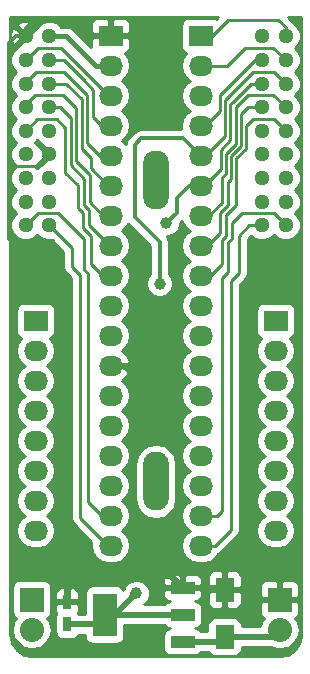
<source format=gbl>
G04 #@! TF.FileFunction,Copper,L2,Bot,Signal*
%FSLAX46Y46*%
G04 Gerber Fmt 4.6, Leading zero omitted, Abs format (unit mm)*
G04 Created by KiCad (PCBNEW 4.0.5+dfsg1-4~bpo8+1) date Sat Jun 24 18:36:41 2017*
%MOMM*%
%LPD*%
G01*
G04 APERTURE LIST*
%ADD10C,0.100000*%
%ADD11C,1.300480*%
%ADD12O,2.200000X5.000000*%
%ADD13R,2.032000X3.657600*%
%ADD14R,2.032000X1.016000*%
%ADD15R,2.032000X1.727200*%
%ADD16O,2.032000X1.727200*%
%ADD17R,1.600000X2.000000*%
%ADD18R,0.750000X1.200000*%
%ADD19R,2.032000X2.032000*%
%ADD20O,2.032000X2.032000*%
%ADD21C,1.000000*%
%ADD22C,0.381000*%
%ADD23C,0.508000*%
%ADD24C,0.304800*%
%ADD25C,0.254000*%
G04 APERTURE END LIST*
D10*
D11*
X162990000Y-48310000D03*
X164990000Y-48310000D03*
X162990000Y-50310000D03*
X164990000Y-50310000D03*
X162990000Y-52310000D03*
X164990000Y-52310000D03*
X162990000Y-54310000D03*
X164990000Y-54310000D03*
X162990000Y-56310000D03*
X164990000Y-56310000D03*
X162990000Y-58310000D03*
X164990000Y-58310000D03*
X162990000Y-60310000D03*
X164990000Y-60310000D03*
X162990000Y-62310000D03*
X164990000Y-62310000D03*
X162990000Y-64310000D03*
X164990000Y-64310000D03*
X184990000Y-64310000D03*
X182990000Y-64310000D03*
X184990000Y-62310000D03*
X182990000Y-62310000D03*
X184990000Y-60310000D03*
X182990000Y-60310000D03*
X184990000Y-58310000D03*
X182990000Y-58310000D03*
X184990000Y-56310000D03*
X182990000Y-56310000D03*
X184990000Y-54310000D03*
X182990000Y-54310000D03*
X184990000Y-52310000D03*
X182990000Y-52310000D03*
X184990000Y-50310000D03*
X182990000Y-50310000D03*
X184990000Y-48310000D03*
X182990000Y-48310000D03*
D12*
X174000000Y-86000000D03*
X174000000Y-60500000D03*
D13*
X169672000Y-97282000D03*
D14*
X176276000Y-97282000D03*
X176276000Y-99568000D03*
X176276000Y-94996000D03*
D15*
X170180000Y-48260000D03*
D16*
X170180000Y-50800000D03*
X170180000Y-53340000D03*
X170180000Y-55880000D03*
X170180000Y-58420000D03*
X170180000Y-60960000D03*
X170180000Y-63500000D03*
X170180000Y-66040000D03*
X170180000Y-68580000D03*
X170180000Y-71120000D03*
X170180000Y-73660000D03*
X170180000Y-76200000D03*
X170180000Y-78740000D03*
X170180000Y-81280000D03*
X170180000Y-83820000D03*
X170180000Y-86360000D03*
X170180000Y-88900000D03*
X170180000Y-91440000D03*
D15*
X163830000Y-72390000D03*
D16*
X163830000Y-74930000D03*
X163830000Y-77470000D03*
X163830000Y-80010000D03*
X163830000Y-82550000D03*
X163830000Y-85090000D03*
X163830000Y-87630000D03*
X163830000Y-90170000D03*
D15*
X177800000Y-48260000D03*
D16*
X177800000Y-50800000D03*
X177800000Y-53340000D03*
X177800000Y-55880000D03*
X177800000Y-58420000D03*
X177800000Y-60960000D03*
X177800000Y-63500000D03*
X177800000Y-66040000D03*
X177800000Y-68580000D03*
X177800000Y-71120000D03*
X177800000Y-73660000D03*
X177800000Y-76200000D03*
X177800000Y-78740000D03*
X177800000Y-81280000D03*
X177800000Y-83820000D03*
X177800000Y-86360000D03*
X177800000Y-88900000D03*
X177800000Y-91440000D03*
D15*
X184150000Y-72390000D03*
D16*
X184150000Y-74930000D03*
X184150000Y-77470000D03*
X184150000Y-80010000D03*
X184150000Y-82550000D03*
X184150000Y-85090000D03*
X184150000Y-87630000D03*
X184150000Y-90170000D03*
D17*
X179832000Y-99155000D03*
X179832000Y-95155000D03*
D18*
X166497000Y-98105000D03*
X166497000Y-96205000D03*
D19*
X184500000Y-96000000D03*
D20*
X184500000Y-98540000D03*
D19*
X163500000Y-96000000D03*
D20*
X163500000Y-98540000D03*
D21*
X162610800Y-66497200D03*
X174345600Y-69240400D03*
X174904400Y-64109600D03*
X172364400Y-95453200D03*
D22*
X167894000Y-48260000D02*
X166370000Y-46736000D01*
X166370000Y-46736000D02*
X163830000Y-46736000D01*
X163830000Y-46736000D02*
X162990000Y-47576000D01*
X162990000Y-47576000D02*
X162990000Y-48310000D01*
X170180000Y-48260000D02*
X167894000Y-48260000D01*
D23*
X182563200Y-96000000D02*
X181718200Y-95155000D01*
X181718200Y-95155000D02*
X179832000Y-95155000D01*
X184500000Y-96000000D02*
X182563200Y-96000000D01*
X179673000Y-94996000D02*
X179832000Y-95155000D01*
X176276000Y-94996000D02*
X179673000Y-94996000D01*
X172923200Y-93980000D02*
X175260000Y-93980000D01*
X175260000Y-93980000D02*
X176276000Y-94996000D01*
X167690800Y-93980000D02*
X172923200Y-93980000D01*
X166497000Y-95173800D02*
X167690800Y-93980000D01*
X166497000Y-96205000D02*
X166497000Y-95173800D01*
X171348400Y-76200000D02*
X172059600Y-76911200D01*
X172059600Y-76911200D02*
X172059600Y-93116400D01*
X172059600Y-93116400D02*
X172923200Y-93980000D01*
X170180000Y-76200000D02*
X171348400Y-76200000D01*
D24*
X162154400Y-48310000D02*
X162990000Y-48310000D01*
X161594800Y-48869600D02*
X162154400Y-48310000D01*
X161594800Y-59690000D02*
X161594800Y-48869600D01*
X161594800Y-65481200D02*
X161594800Y-59690000D01*
X162610800Y-66497200D02*
X161594800Y-65481200D01*
D25*
X164134800Y-59283600D02*
X162001200Y-59283600D01*
X162001200Y-59283600D02*
X161594800Y-59690000D01*
X164990000Y-58428400D02*
X164134800Y-59283600D01*
X164990000Y-58310000D02*
X164990000Y-58428400D01*
X164024000Y-49276000D02*
X162990000Y-50310000D01*
X165989000Y-49276000D02*
X164024000Y-49276000D01*
X170053000Y-53340000D02*
X165989000Y-49276000D01*
X170180000Y-53340000D02*
X170053000Y-53340000D01*
X165435500Y-50310000D02*
X164990000Y-50310000D01*
X167830500Y-51943000D02*
X166197500Y-50310000D01*
X167957500Y-52070000D02*
X167830500Y-51943000D01*
X166197500Y-50310000D02*
X164990000Y-50310000D01*
X168719500Y-55181500D02*
X168719500Y-52832000D01*
X168719500Y-52832000D02*
X167830500Y-51943000D01*
X169418000Y-55880000D02*
X168719500Y-55181500D01*
X170180000Y-55880000D02*
X169418000Y-55880000D01*
X162990000Y-52148000D02*
X162990000Y-52310000D01*
X163830000Y-51308000D02*
X162990000Y-52148000D01*
X166243000Y-51308000D02*
X163830000Y-51308000D01*
X168211500Y-53276500D02*
X166243000Y-51308000D01*
X168211500Y-57340500D02*
X168211500Y-53276500D01*
X169291000Y-58420000D02*
X168211500Y-57340500D01*
X170180000Y-58420000D02*
X169291000Y-58420000D01*
X166419500Y-52310000D02*
X164990000Y-52310000D01*
X167767000Y-53657500D02*
X166419500Y-52310000D01*
X167767000Y-57835800D02*
X167767000Y-53657500D01*
X170180000Y-60960000D02*
X169672000Y-60960000D01*
X168503600Y-59486800D02*
X168503600Y-58572400D01*
X168503600Y-58572400D02*
X167767000Y-57835800D01*
X169976800Y-60960000D02*
X168503600Y-59486800D01*
X170180000Y-60960000D02*
X169976800Y-60960000D01*
X162990000Y-54053000D02*
X162990000Y-54310000D01*
X163766500Y-53276500D02*
X162990000Y-54053000D01*
X166116000Y-53276500D02*
X163766500Y-53276500D01*
X167259000Y-54419500D02*
X166116000Y-53276500D01*
X167259000Y-58902600D02*
X167259000Y-54419500D01*
X170180000Y-63500000D02*
X169354500Y-63500000D01*
X168402000Y-62331600D02*
X168402000Y-60045600D01*
X168402000Y-60045600D02*
X167259000Y-58902600D01*
X169570400Y-63500000D02*
X168402000Y-62331600D01*
X170180000Y-63500000D02*
X169570400Y-63500000D01*
X165879500Y-54310000D02*
X164990000Y-54310000D01*
X166789094Y-55219594D02*
X165879500Y-54310000D01*
X166789094Y-59245494D02*
X166789094Y-55219594D01*
X170180000Y-66040000D02*
X169799000Y-66040000D01*
X168351200Y-64262000D02*
X168351200Y-62992000D01*
X168351200Y-62992000D02*
X167944800Y-62585600D01*
X167944800Y-62585600D02*
X167944800Y-60401200D01*
X167944800Y-60401200D02*
X166789094Y-59245494D01*
X170129200Y-66040000D02*
X168351200Y-64262000D01*
X170180000Y-66040000D02*
X170129200Y-66040000D01*
X163991500Y-55308500D02*
X162990000Y-56310000D01*
X165608000Y-55308500D02*
X163991500Y-55308500D01*
X166357292Y-56057792D02*
X165608000Y-55308500D01*
X166357292Y-59880492D02*
X166357292Y-56057792D01*
X170180000Y-68580000D02*
X170180000Y-68453000D01*
X168503600Y-67564000D02*
X168503600Y-65176400D01*
X168503600Y-65176400D02*
X167843200Y-64516000D01*
X167843200Y-64516000D02*
X167843200Y-63296800D01*
X167843200Y-63296800D02*
X167386000Y-62839600D01*
X167386000Y-62839600D02*
X167386000Y-60909200D01*
X167386000Y-60909200D02*
X166357292Y-59880492D01*
X169519600Y-68580000D02*
X168503600Y-67564000D01*
X170180000Y-68580000D02*
X169519600Y-68580000D01*
X164003200Y-63296800D02*
X162990000Y-64310000D01*
X165760400Y-63296800D02*
X164003200Y-63296800D01*
X167944800Y-65481200D02*
X165760400Y-63296800D01*
X167944800Y-68072000D02*
X167944800Y-65481200D01*
X168249600Y-68376800D02*
X167944800Y-68072000D01*
X168249600Y-87731600D02*
X168249600Y-68376800D01*
X169418000Y-88900000D02*
X168249600Y-87731600D01*
X170180000Y-88900000D02*
X169418000Y-88900000D01*
X166928800Y-66248800D02*
X164990000Y-64310000D01*
X166928800Y-67818000D02*
X166928800Y-66248800D01*
X167589200Y-68478400D02*
X166928800Y-67818000D01*
X167589200Y-89052400D02*
X167589200Y-68478400D01*
X169976800Y-91440000D02*
X167589200Y-89052400D01*
X170180000Y-91440000D02*
X169976800Y-91440000D01*
X184990000Y-47525200D02*
X184990000Y-48310000D01*
X184353200Y-46888400D02*
X184990000Y-47525200D01*
X180136800Y-46888400D02*
X184353200Y-46888400D01*
X178765200Y-48260000D02*
X180136800Y-46888400D01*
X177800000Y-48260000D02*
X178765200Y-48260000D01*
X180022500Y-50800000D02*
X181546500Y-49276000D01*
X181546500Y-49276000D02*
X183956000Y-49276000D01*
X183956000Y-49276000D02*
X184990000Y-50310000D01*
X177800000Y-50800000D02*
X180022500Y-50800000D01*
X182404800Y-50310000D02*
X182990000Y-50310000D01*
X179425600Y-53289200D02*
X182404800Y-50310000D01*
X179425600Y-54610000D02*
X179425600Y-53289200D01*
X178155600Y-55880000D02*
X179425600Y-54610000D01*
X177800000Y-55880000D02*
X178155600Y-55880000D01*
X183988000Y-51308000D02*
X184990000Y-52310000D01*
X182219600Y-51308000D02*
X183988000Y-51308000D01*
X179857402Y-53670198D02*
X182219600Y-51308000D01*
X179857402Y-56768998D02*
X179857402Y-53670198D01*
X178206400Y-58420000D02*
X179857402Y-56768998D01*
X177800000Y-58420000D02*
X178206400Y-58420000D01*
D24*
X174345600Y-65735200D02*
X172212000Y-63601600D01*
X172212000Y-63601600D02*
X172212000Y-57505600D01*
X172212000Y-57505600D02*
X172770800Y-56946800D01*
X172770800Y-56946800D02*
X176326800Y-56946800D01*
X176326800Y-56946800D02*
X177800000Y-58420000D01*
X174345600Y-69240400D02*
X174345600Y-65735200D01*
D25*
X182081200Y-52310000D02*
X182990000Y-52310000D01*
X180543200Y-53848000D02*
X182081200Y-52310000D01*
X179527200Y-57912000D02*
X180314600Y-57124600D01*
X179527200Y-59537600D02*
X179527200Y-57912000D01*
X178104800Y-60960000D02*
X179527200Y-59537600D01*
X177800000Y-60960000D02*
X178104800Y-60960000D01*
X180314600Y-54076600D02*
X180543200Y-53848000D01*
X180314600Y-57124600D02*
X180314600Y-54076600D01*
D24*
X176834800Y-60960000D02*
X177800000Y-60960000D01*
X174904400Y-64109600D02*
X175768000Y-63246000D01*
X175768000Y-63246000D02*
X175768000Y-62026800D01*
X175768000Y-62026800D02*
X176834800Y-60960000D01*
D25*
X183969200Y-53289200D02*
X184990000Y-54310000D01*
X181813200Y-53289200D02*
X183969200Y-53289200D01*
X180898800Y-54203600D02*
X181813200Y-53289200D01*
X179959002Y-58242198D02*
X180797200Y-57404000D01*
X179959002Y-59918598D02*
X179959002Y-58242198D01*
X177800000Y-63500000D02*
X178358800Y-63500000D01*
X180797200Y-54305200D02*
X180898800Y-54203600D01*
X180797200Y-57404000D02*
X180797200Y-54305200D01*
X179578000Y-62382400D02*
X179578000Y-60299600D01*
X179578000Y-60299600D02*
X179959002Y-59918598D01*
X178460400Y-63500000D02*
X179578000Y-62382400D01*
X177800000Y-63500000D02*
X178460400Y-63500000D01*
X181808400Y-54310000D02*
X182990000Y-54310000D01*
X181229002Y-54889398D02*
X181808400Y-54310000D01*
X181229002Y-57582858D02*
X181229002Y-54889398D01*
X180390804Y-58421056D02*
X181229002Y-57582858D01*
X180390804Y-60350396D02*
X180390804Y-58421056D01*
X177800000Y-66040000D02*
X178054000Y-66040000D01*
X179425600Y-64973200D02*
X179425600Y-63296800D01*
X179425600Y-63296800D02*
X180136800Y-62585600D01*
X180136800Y-62585600D02*
X180136800Y-60604400D01*
X180136800Y-60604400D02*
X180390804Y-60350396D01*
X178358800Y-66040000D02*
X179425600Y-64973200D01*
X177800000Y-66040000D02*
X178358800Y-66040000D01*
X184001200Y-55321200D02*
X184990000Y-56310000D01*
X182270400Y-55321200D02*
X184001200Y-55321200D01*
X181660804Y-55930796D02*
X182270400Y-55321200D01*
X181660804Y-57810396D02*
X181660804Y-55930796D01*
X180822606Y-58648594D02*
X181660804Y-57810396D01*
X180822606Y-62560194D02*
X180822606Y-58648594D01*
X179578000Y-67564000D02*
X179578000Y-65532000D01*
X179578000Y-65532000D02*
X179933600Y-65176400D01*
X179933600Y-65176400D02*
X179933600Y-63449200D01*
X179933600Y-63449200D02*
X180822606Y-62560194D01*
X178562000Y-68580000D02*
X179578000Y-67564000D01*
X177800000Y-68580000D02*
X178562000Y-68580000D01*
X179171600Y-88900000D02*
X179578000Y-88493600D01*
X179578000Y-88493600D02*
X179578000Y-68783200D01*
X179578000Y-68783200D02*
X180086000Y-68275200D01*
X180086000Y-68275200D02*
X180086000Y-65786000D01*
X180086000Y-65786000D02*
X180492400Y-65379600D01*
X180492400Y-65379600D02*
X180492400Y-64109600D01*
X180492400Y-64109600D02*
X181305200Y-63296800D01*
X181305200Y-63296800D02*
X183976800Y-63296800D01*
X183976800Y-63296800D02*
X184990000Y-64310000D01*
X177800000Y-88900000D02*
X179171600Y-88900000D01*
X179019200Y-91440000D02*
X180340000Y-90119200D01*
X180340000Y-90119200D02*
X180340000Y-69037200D01*
X180340000Y-69037200D02*
X181051200Y-68326000D01*
X181051200Y-68326000D02*
X181051200Y-65176400D01*
X181051200Y-65176400D02*
X181917600Y-64310000D01*
X181917600Y-64310000D02*
X182990000Y-64310000D01*
X177800000Y-91440000D02*
X179019200Y-91440000D01*
D23*
X183885000Y-99155000D02*
X184500000Y-98540000D01*
X179832000Y-99155000D02*
X183885000Y-99155000D01*
X179419000Y-99568000D02*
X179832000Y-99155000D01*
X176276000Y-99568000D02*
X179419000Y-99568000D01*
X176276000Y-97282000D02*
X169672000Y-97282000D01*
X168849000Y-98105000D02*
X169672000Y-97282000D01*
X166497000Y-98105000D02*
X168849000Y-98105000D01*
X170535600Y-97282000D02*
X172364400Y-95453200D01*
X169672000Y-97282000D02*
X170535600Y-97282000D01*
D22*
X168910000Y-50800000D02*
X166420000Y-48310000D01*
X166420000Y-48310000D02*
X164990000Y-48310000D01*
X170180000Y-50800000D02*
X168910000Y-50800000D01*
D25*
G36*
X165183747Y-58324142D02*
X165004142Y-58503747D01*
X164990000Y-58489605D01*
X164270416Y-59209189D01*
X164272064Y-59216013D01*
X164262921Y-59219792D01*
X163989840Y-59492395D01*
X163807604Y-59309840D01*
X164078938Y-59038980D01*
X164083566Y-59027833D01*
X164090811Y-59029584D01*
X164810395Y-58310000D01*
X164090811Y-57590416D01*
X164083986Y-57592064D01*
X164080208Y-57582921D01*
X163807604Y-57309840D01*
X163990159Y-57127604D01*
X164261020Y-57398938D01*
X164272166Y-57403566D01*
X164270416Y-57410811D01*
X164990000Y-58130395D01*
X165004142Y-58116252D01*
X165183747Y-58295857D01*
X165169605Y-58310000D01*
X165183747Y-58324142D01*
X165183747Y-58324142D01*
G37*
X165183747Y-58324142D02*
X165004142Y-58503747D01*
X164990000Y-58489605D01*
X164270416Y-59209189D01*
X164272064Y-59216013D01*
X164262921Y-59219792D01*
X163989840Y-59492395D01*
X163807604Y-59309840D01*
X164078938Y-59038980D01*
X164083566Y-59027833D01*
X164090811Y-59029584D01*
X164810395Y-58310000D01*
X164090811Y-57590416D01*
X164083986Y-57592064D01*
X164080208Y-57582921D01*
X163807604Y-57309840D01*
X163990159Y-57127604D01*
X164261020Y-57398938D01*
X164272166Y-57403566D01*
X164270416Y-57410811D01*
X164990000Y-58130395D01*
X165004142Y-58116252D01*
X165183747Y-58295857D01*
X165169605Y-58310000D01*
X165183747Y-58324142D01*
G36*
X186315000Y-98932532D02*
X186183345Y-99594403D01*
X186183345Y-98540000D01*
X186057670Y-97908190D01*
X185833034Y-97571998D01*
X185875698Y-97554327D01*
X186054327Y-97375699D01*
X186151000Y-97142310D01*
X186151000Y-96889691D01*
X186151000Y-96285750D01*
X186151000Y-95714250D01*
X186151000Y-95110309D01*
X186151000Y-94857690D01*
X186054327Y-94624301D01*
X185875698Y-94445673D01*
X185833345Y-94428129D01*
X185833345Y-90170000D01*
X185719271Y-89596511D01*
X185394415Y-89110330D01*
X185079634Y-88899999D01*
X185394415Y-88689670D01*
X185719271Y-88203489D01*
X185833345Y-87630000D01*
X185719271Y-87056511D01*
X185394415Y-86570330D01*
X185079634Y-86360000D01*
X185394415Y-86149670D01*
X185719271Y-85663489D01*
X185833345Y-85090000D01*
X185719271Y-84516511D01*
X185394415Y-84030330D01*
X185079634Y-83820000D01*
X185394415Y-83609670D01*
X185719271Y-83123489D01*
X185833345Y-82550000D01*
X185719271Y-81976511D01*
X185394415Y-81490330D01*
X185079634Y-81279999D01*
X185394415Y-81069670D01*
X185719271Y-80583489D01*
X185833345Y-80010000D01*
X185719271Y-79436511D01*
X185394415Y-78950330D01*
X185079634Y-78740000D01*
X185394415Y-78529670D01*
X185719271Y-78043489D01*
X185833345Y-77470000D01*
X185719271Y-76896511D01*
X185394415Y-76410330D01*
X185079634Y-76200000D01*
X185394415Y-75989670D01*
X185719271Y-75503489D01*
X185833345Y-74930000D01*
X185719271Y-74356511D01*
X185394415Y-73870330D01*
X185378632Y-73859784D01*
X185408123Y-73854063D01*
X185620927Y-73714273D01*
X185763377Y-73503240D01*
X185813440Y-73253600D01*
X185813440Y-71526400D01*
X185766463Y-71284277D01*
X185626673Y-71071473D01*
X185415640Y-70929023D01*
X185166000Y-70878960D01*
X183134000Y-70878960D01*
X182891877Y-70925937D01*
X182679073Y-71065727D01*
X182536623Y-71276760D01*
X182486560Y-71526400D01*
X182486560Y-73253600D01*
X182533537Y-73495723D01*
X182673327Y-73708527D01*
X182884360Y-73850977D01*
X182922962Y-73858718D01*
X182905585Y-73870330D01*
X182580729Y-74356511D01*
X182466655Y-74930000D01*
X182580729Y-75503489D01*
X182905585Y-75989670D01*
X183220365Y-76200000D01*
X182905585Y-76410330D01*
X182580729Y-76896511D01*
X182466655Y-77470000D01*
X182580729Y-78043489D01*
X182905585Y-78529670D01*
X183220365Y-78740000D01*
X182905585Y-78950330D01*
X182580729Y-79436511D01*
X182466655Y-80010000D01*
X182580729Y-80583489D01*
X182905585Y-81069670D01*
X183220365Y-81280000D01*
X182905585Y-81490330D01*
X182580729Y-81976511D01*
X182466655Y-82550000D01*
X182580729Y-83123489D01*
X182905585Y-83609670D01*
X183220365Y-83820000D01*
X182905585Y-84030330D01*
X182580729Y-84516511D01*
X182466655Y-85090000D01*
X182580729Y-85663489D01*
X182905585Y-86149670D01*
X183220365Y-86360000D01*
X182905585Y-86570330D01*
X182580729Y-87056511D01*
X182466655Y-87630000D01*
X182580729Y-88203489D01*
X182905585Y-88689670D01*
X183220365Y-88900000D01*
X182905585Y-89110330D01*
X182580729Y-89596511D01*
X182466655Y-90170000D01*
X182580729Y-90743489D01*
X182905585Y-91229670D01*
X183391766Y-91554526D01*
X183965255Y-91668600D01*
X184334745Y-91668600D01*
X184908234Y-91554526D01*
X185394415Y-91229670D01*
X185719271Y-90743489D01*
X185833345Y-90170000D01*
X185833345Y-94428129D01*
X185642309Y-94349000D01*
X184785750Y-94349000D01*
X184627000Y-94507750D01*
X184627000Y-95873000D01*
X185992250Y-95873000D01*
X186151000Y-95714250D01*
X186151000Y-96285750D01*
X185992250Y-96127000D01*
X184627000Y-96127000D01*
X184627000Y-96147000D01*
X184373000Y-96147000D01*
X184373000Y-96127000D01*
X184373000Y-95873000D01*
X184373000Y-94507750D01*
X184214250Y-94349000D01*
X183357691Y-94349000D01*
X183124302Y-94445673D01*
X182945673Y-94624301D01*
X182849000Y-94857690D01*
X182849000Y-95110309D01*
X182849000Y-95714250D01*
X183007750Y-95873000D01*
X184373000Y-95873000D01*
X184373000Y-96127000D01*
X183007750Y-96127000D01*
X182849000Y-96285750D01*
X182849000Y-96889691D01*
X182849000Y-97142310D01*
X182945673Y-97375699D01*
X183124302Y-97554327D01*
X183166965Y-97571998D01*
X182942330Y-97908190D01*
X182871157Y-98266000D01*
X181279440Y-98266000D01*
X181279440Y-98155000D01*
X181267000Y-98090883D01*
X181267000Y-96281309D01*
X181267000Y-95440750D01*
X181267000Y-94869250D01*
X181267000Y-94028691D01*
X181170327Y-93795302D01*
X180991699Y-93616673D01*
X180758310Y-93520000D01*
X180505691Y-93520000D01*
X180117750Y-93520000D01*
X179959000Y-93678750D01*
X179959000Y-95028000D01*
X181108250Y-95028000D01*
X181267000Y-94869250D01*
X181267000Y-95440750D01*
X181108250Y-95282000D01*
X179959000Y-95282000D01*
X179959000Y-96631250D01*
X180117750Y-96790000D01*
X180505691Y-96790000D01*
X180758310Y-96790000D01*
X180991699Y-96693327D01*
X181170327Y-96514698D01*
X181267000Y-96281309D01*
X181267000Y-98090883D01*
X181232463Y-97912877D01*
X181092673Y-97700073D01*
X180881640Y-97557623D01*
X180632000Y-97507560D01*
X179705000Y-97507560D01*
X179705000Y-96631250D01*
X179705000Y-95282000D01*
X179705000Y-95028000D01*
X179705000Y-93678750D01*
X179546250Y-93520000D01*
X179158309Y-93520000D01*
X178905690Y-93520000D01*
X178672301Y-93616673D01*
X178493673Y-93795302D01*
X178397000Y-94028691D01*
X178397000Y-94869250D01*
X178555750Y-95028000D01*
X179705000Y-95028000D01*
X179705000Y-95282000D01*
X178555750Y-95282000D01*
X178397000Y-95440750D01*
X178397000Y-96281309D01*
X178493673Y-96514698D01*
X178672301Y-96693327D01*
X178905690Y-96790000D01*
X179158309Y-96790000D01*
X179546250Y-96790000D01*
X179705000Y-96631250D01*
X179705000Y-97507560D01*
X179032000Y-97507560D01*
X178789877Y-97554537D01*
X178577073Y-97694327D01*
X178434623Y-97905360D01*
X178384560Y-98155000D01*
X178384560Y-98679000D01*
X177801235Y-98679000D01*
X177752673Y-98605073D01*
X177541640Y-98462623D01*
X177355057Y-98425205D01*
X177534123Y-98390463D01*
X177746927Y-98250673D01*
X177889377Y-98039640D01*
X177939440Y-97790000D01*
X177939440Y-96774000D01*
X177892463Y-96531877D01*
X177752673Y-96319073D01*
X177541640Y-96176623D01*
X177354032Y-96139000D01*
X177418310Y-96139000D01*
X177651699Y-96042327D01*
X177830327Y-95863698D01*
X177927000Y-95630309D01*
X177927000Y-95281750D01*
X177927000Y-94710250D01*
X177927000Y-94361691D01*
X177830327Y-94128302D01*
X177651699Y-93949673D01*
X177418310Y-93853000D01*
X177165691Y-93853000D01*
X176561750Y-93853000D01*
X176403000Y-94011750D01*
X176403000Y-94869000D01*
X177768250Y-94869000D01*
X177927000Y-94710250D01*
X177927000Y-95281750D01*
X177768250Y-95123000D01*
X176403000Y-95123000D01*
X176403000Y-95143000D01*
X176149000Y-95143000D01*
X176149000Y-95123000D01*
X176149000Y-94869000D01*
X176149000Y-94011750D01*
X175990250Y-93853000D01*
X175735000Y-93853000D01*
X175735000Y-87461418D01*
X175735000Y-84538582D01*
X175602931Y-83874626D01*
X175226830Y-83311752D01*
X174663956Y-82935651D01*
X174000000Y-82803582D01*
X173336044Y-82935651D01*
X172773170Y-83311752D01*
X172397069Y-83874626D01*
X172265000Y-84538582D01*
X172265000Y-87461418D01*
X172397069Y-88125374D01*
X172773170Y-88688248D01*
X173336044Y-89064349D01*
X174000000Y-89196418D01*
X174663956Y-89064349D01*
X175226830Y-88688248D01*
X175602931Y-88125374D01*
X175735000Y-87461418D01*
X175735000Y-93853000D01*
X175386309Y-93853000D01*
X175133690Y-93853000D01*
X174900301Y-93949673D01*
X174721673Y-94128302D01*
X174625000Y-94361691D01*
X174625000Y-94710250D01*
X174783750Y-94869000D01*
X176149000Y-94869000D01*
X176149000Y-95123000D01*
X174783750Y-95123000D01*
X174625000Y-95281750D01*
X174625000Y-95630309D01*
X174721673Y-95863698D01*
X174900301Y-96042327D01*
X175133690Y-96139000D01*
X175195883Y-96139000D01*
X175017877Y-96173537D01*
X174805073Y-96313327D01*
X174751292Y-96393000D01*
X173029493Y-96393000D01*
X173326045Y-96096965D01*
X173499203Y-95679956D01*
X173499597Y-95228425D01*
X173327167Y-94811114D01*
X173008165Y-94491555D01*
X172591156Y-94318397D01*
X172139625Y-94318003D01*
X171722314Y-94490433D01*
X171402755Y-94809435D01*
X171256305Y-95162123D01*
X171148673Y-94998273D01*
X170937640Y-94855823D01*
X170688000Y-94805760D01*
X168656000Y-94805760D01*
X168413877Y-94852737D01*
X168201073Y-94992527D01*
X168058623Y-95203560D01*
X168008560Y-95453200D01*
X168008560Y-97216000D01*
X167441669Y-97216000D01*
X167408904Y-97166120D01*
X167410327Y-97164698D01*
X167507000Y-96931309D01*
X167507000Y-96490750D01*
X167507000Y-95919250D01*
X167507000Y-95478691D01*
X167410327Y-95245302D01*
X167231699Y-95066673D01*
X166998310Y-94970000D01*
X166782750Y-94970000D01*
X166624000Y-95128750D01*
X166624000Y-96078000D01*
X167348250Y-96078000D01*
X167507000Y-95919250D01*
X167507000Y-96490750D01*
X167348250Y-96332000D01*
X166624000Y-96332000D01*
X166624000Y-96352000D01*
X166370000Y-96352000D01*
X166370000Y-96332000D01*
X166370000Y-96078000D01*
X166370000Y-95128750D01*
X166211250Y-94970000D01*
X165995690Y-94970000D01*
X165762301Y-95066673D01*
X165583673Y-95245302D01*
X165513345Y-95415088D01*
X165513345Y-90170000D01*
X165399271Y-89596511D01*
X165074415Y-89110330D01*
X164759634Y-88899999D01*
X165074415Y-88689670D01*
X165399271Y-88203489D01*
X165513345Y-87630000D01*
X165399271Y-87056511D01*
X165074415Y-86570330D01*
X164759634Y-86360000D01*
X165074415Y-86149670D01*
X165399271Y-85663489D01*
X165513345Y-85090000D01*
X165399271Y-84516511D01*
X165074415Y-84030330D01*
X164759634Y-83820000D01*
X165074415Y-83609670D01*
X165399271Y-83123489D01*
X165513345Y-82550000D01*
X165399271Y-81976511D01*
X165074415Y-81490330D01*
X164759634Y-81279999D01*
X165074415Y-81069670D01*
X165399271Y-80583489D01*
X165513345Y-80010000D01*
X165399271Y-79436511D01*
X165074415Y-78950330D01*
X164759634Y-78740000D01*
X165074415Y-78529670D01*
X165399271Y-78043489D01*
X165513345Y-77470000D01*
X165399271Y-76896511D01*
X165074415Y-76410330D01*
X164759634Y-76200000D01*
X165074415Y-75989670D01*
X165399271Y-75503489D01*
X165513345Y-74930000D01*
X165399271Y-74356511D01*
X165074415Y-73870330D01*
X165058632Y-73859784D01*
X165088123Y-73854063D01*
X165300927Y-73714273D01*
X165443377Y-73503240D01*
X165493440Y-73253600D01*
X165493440Y-71526400D01*
X165446463Y-71284277D01*
X165306673Y-71071473D01*
X165095640Y-70929023D01*
X164846000Y-70878960D01*
X162814000Y-70878960D01*
X162571877Y-70925937D01*
X162359073Y-71065727D01*
X162216623Y-71276760D01*
X162166560Y-71526400D01*
X162166560Y-73253600D01*
X162213537Y-73495723D01*
X162353327Y-73708527D01*
X162564360Y-73850977D01*
X162602962Y-73858718D01*
X162585585Y-73870330D01*
X162260729Y-74356511D01*
X162146655Y-74930000D01*
X162260729Y-75503489D01*
X162585585Y-75989670D01*
X162900365Y-76200000D01*
X162585585Y-76410330D01*
X162260729Y-76896511D01*
X162146655Y-77470000D01*
X162260729Y-78043489D01*
X162585585Y-78529670D01*
X162900365Y-78740000D01*
X162585585Y-78950330D01*
X162260729Y-79436511D01*
X162146655Y-80010000D01*
X162260729Y-80583489D01*
X162585585Y-81069670D01*
X162900365Y-81280000D01*
X162585585Y-81490330D01*
X162260729Y-81976511D01*
X162146655Y-82550000D01*
X162260729Y-83123489D01*
X162585585Y-83609670D01*
X162900365Y-83820000D01*
X162585585Y-84030330D01*
X162260729Y-84516511D01*
X162146655Y-85090000D01*
X162260729Y-85663489D01*
X162585585Y-86149670D01*
X162900365Y-86360000D01*
X162585585Y-86570330D01*
X162260729Y-87056511D01*
X162146655Y-87630000D01*
X162260729Y-88203489D01*
X162585585Y-88689670D01*
X162900365Y-88900000D01*
X162585585Y-89110330D01*
X162260729Y-89596511D01*
X162146655Y-90170000D01*
X162260729Y-90743489D01*
X162585585Y-91229670D01*
X163071766Y-91554526D01*
X163645255Y-91668600D01*
X164014745Y-91668600D01*
X164588234Y-91554526D01*
X165074415Y-91229670D01*
X165399271Y-90743489D01*
X165513345Y-90170000D01*
X165513345Y-95415088D01*
X165487000Y-95478691D01*
X165487000Y-95919250D01*
X165645750Y-96078000D01*
X166370000Y-96078000D01*
X166370000Y-96332000D01*
X165645750Y-96332000D01*
X165487000Y-96490750D01*
X165487000Y-96931309D01*
X165583673Y-97164698D01*
X165584955Y-97165980D01*
X165524623Y-97255360D01*
X165474560Y-97505000D01*
X165474560Y-98705000D01*
X165521537Y-98947123D01*
X165661327Y-99159927D01*
X165872360Y-99302377D01*
X166122000Y-99352440D01*
X166872000Y-99352440D01*
X167114123Y-99305463D01*
X167326927Y-99165673D01*
X167442808Y-98994000D01*
X168008560Y-98994000D01*
X168008560Y-99110800D01*
X168055537Y-99352923D01*
X168195327Y-99565727D01*
X168406360Y-99708177D01*
X168656000Y-99758240D01*
X170688000Y-99758240D01*
X170930123Y-99711263D01*
X171142927Y-99571473D01*
X171285377Y-99360440D01*
X171335440Y-99110800D01*
X171335440Y-98171000D01*
X174750764Y-98171000D01*
X174799327Y-98244927D01*
X175010360Y-98387377D01*
X175196942Y-98424794D01*
X175017877Y-98459537D01*
X174805073Y-98599327D01*
X174662623Y-98810360D01*
X174612560Y-99060000D01*
X174612560Y-100076000D01*
X174659537Y-100318123D01*
X174799327Y-100530927D01*
X175010360Y-100673377D01*
X175260000Y-100723440D01*
X177292000Y-100723440D01*
X177534123Y-100676463D01*
X177746927Y-100536673D01*
X177800707Y-100457000D01*
X178470869Y-100457000D01*
X178571327Y-100609927D01*
X178782360Y-100752377D01*
X179032000Y-100802440D01*
X180632000Y-100802440D01*
X180874123Y-100755463D01*
X181086927Y-100615673D01*
X181229377Y-100404640D01*
X181279440Y-100155000D01*
X181279440Y-100044000D01*
X183803929Y-100044000D01*
X183835845Y-100065325D01*
X184467655Y-100191000D01*
X184532345Y-100191000D01*
X185164155Y-100065325D01*
X185699778Y-99707433D01*
X186057670Y-99171810D01*
X186183345Y-98540000D01*
X186183345Y-99594403D01*
X186164442Y-99689435D01*
X185773908Y-100273910D01*
X185189434Y-100664443D01*
X184432532Y-100815000D01*
X165183345Y-100815000D01*
X165183345Y-98540000D01*
X165057670Y-97908190D01*
X164830830Y-97568701D01*
X164970927Y-97476673D01*
X165113377Y-97265640D01*
X165163440Y-97016000D01*
X165163440Y-94984000D01*
X165116463Y-94741877D01*
X164976673Y-94529073D01*
X164765640Y-94386623D01*
X164516000Y-94336560D01*
X162484000Y-94336560D01*
X162241877Y-94383537D01*
X162029073Y-94523327D01*
X161886623Y-94734360D01*
X161836560Y-94984000D01*
X161836560Y-97016000D01*
X161883537Y-97258123D01*
X162023327Y-97470927D01*
X162168860Y-97569163D01*
X161942330Y-97908190D01*
X161816655Y-98540000D01*
X161942330Y-99171810D01*
X162300222Y-99707433D01*
X162835845Y-100065325D01*
X163467655Y-100191000D01*
X163532345Y-100191000D01*
X164164155Y-100065325D01*
X164699778Y-99707433D01*
X165057670Y-99171810D01*
X165183345Y-98540000D01*
X165183345Y-100815000D01*
X163567467Y-100815000D01*
X162810564Y-100664442D01*
X162226089Y-100273908D01*
X161835556Y-99689434D01*
X161685000Y-98932532D01*
X161685000Y-93500000D01*
X161685000Y-46685000D01*
X179262569Y-46685000D01*
X179115135Y-46832433D01*
X179065640Y-46799023D01*
X178816000Y-46748960D01*
X176784000Y-46748960D01*
X176541877Y-46795937D01*
X176329073Y-46935727D01*
X176186623Y-47146760D01*
X176136560Y-47396400D01*
X176136560Y-49123600D01*
X176183537Y-49365723D01*
X176323327Y-49578527D01*
X176534360Y-49720977D01*
X176572962Y-49728718D01*
X176555585Y-49740330D01*
X176230729Y-50226511D01*
X176116655Y-50800000D01*
X176230729Y-51373489D01*
X176555585Y-51859670D01*
X176870365Y-52070000D01*
X176555585Y-52280330D01*
X176230729Y-52766511D01*
X176116655Y-53340000D01*
X176230729Y-53913489D01*
X176555585Y-54399670D01*
X176870365Y-54609999D01*
X176555585Y-54820330D01*
X176230729Y-55306511D01*
X176116655Y-55880000D01*
X176172231Y-56159400D01*
X172770800Y-56159400D01*
X172469475Y-56219337D01*
X172214024Y-56390024D01*
X171655224Y-56948824D01*
X171484537Y-57204275D01*
X171446824Y-57393868D01*
X171424415Y-57360330D01*
X171109634Y-57150000D01*
X171424415Y-56939670D01*
X171749271Y-56453489D01*
X171863345Y-55880000D01*
X171749271Y-55306511D01*
X171424415Y-54820330D01*
X171109634Y-54609999D01*
X171424415Y-54399670D01*
X171749271Y-53913489D01*
X171863345Y-53340000D01*
X171749271Y-52766511D01*
X171424415Y-52280330D01*
X171109634Y-52070000D01*
X171424415Y-51859670D01*
X171749271Y-51373489D01*
X171863345Y-50800000D01*
X171749271Y-50226511D01*
X171424415Y-49740330D01*
X171402219Y-49725499D01*
X171555698Y-49661927D01*
X171734327Y-49483299D01*
X171831000Y-49249910D01*
X171831000Y-48997291D01*
X171831000Y-48545750D01*
X171831000Y-47974250D01*
X171831000Y-47522709D01*
X171831000Y-47270090D01*
X171734327Y-47036701D01*
X171555698Y-46858073D01*
X171322309Y-46761400D01*
X170465750Y-46761400D01*
X170307000Y-46920150D01*
X170307000Y-48133000D01*
X171672250Y-48133000D01*
X171831000Y-47974250D01*
X171831000Y-48545750D01*
X171672250Y-48387000D01*
X170307000Y-48387000D01*
X170307000Y-48407000D01*
X170053000Y-48407000D01*
X170053000Y-48387000D01*
X170053000Y-48133000D01*
X170053000Y-46920150D01*
X169894250Y-46761400D01*
X169037691Y-46761400D01*
X168804302Y-46858073D01*
X168625673Y-47036701D01*
X168529000Y-47270090D01*
X168529000Y-47522709D01*
X168529000Y-47974250D01*
X168687750Y-48133000D01*
X170053000Y-48133000D01*
X170053000Y-48387000D01*
X168687750Y-48387000D01*
X168529000Y-48545750D01*
X168529000Y-48997291D01*
X168529000Y-49249910D01*
X168530171Y-49252738D01*
X167003717Y-47726283D01*
X166735906Y-47547337D01*
X166420000Y-47484500D01*
X165981958Y-47484500D01*
X165718980Y-47221062D01*
X165246772Y-47024984D01*
X164735472Y-47024538D01*
X164262921Y-47219792D01*
X163901062Y-47581020D01*
X163896433Y-47592166D01*
X163889189Y-47590416D01*
X163709584Y-47770021D01*
X163709584Y-47410811D01*
X163653874Y-47180191D01*
X163170980Y-47012139D01*
X162660533Y-47041675D01*
X162326126Y-47180191D01*
X162270416Y-47410811D01*
X162990000Y-48130395D01*
X163709584Y-47410811D01*
X163709584Y-47770021D01*
X163169605Y-48310000D01*
X163183747Y-48324142D01*
X163004142Y-48503747D01*
X162990000Y-48489605D01*
X162810395Y-48669210D01*
X162810395Y-48310000D01*
X162090811Y-47590416D01*
X161860191Y-47646126D01*
X161692139Y-48129020D01*
X161721675Y-48639467D01*
X161860191Y-48973874D01*
X162090811Y-49029584D01*
X162810395Y-48310000D01*
X162810395Y-48669210D01*
X162270416Y-49209189D01*
X162272064Y-49216013D01*
X162262921Y-49219792D01*
X161901062Y-49581020D01*
X161704984Y-50053228D01*
X161704538Y-50564528D01*
X161899792Y-51037079D01*
X162172395Y-51310159D01*
X161901062Y-51581020D01*
X161704984Y-52053228D01*
X161704538Y-52564528D01*
X161899792Y-53037079D01*
X162172395Y-53310159D01*
X161901062Y-53581020D01*
X161704984Y-54053228D01*
X161704538Y-54564528D01*
X161899792Y-55037079D01*
X162172395Y-55310159D01*
X161901062Y-55581020D01*
X161704984Y-56053228D01*
X161704538Y-56564528D01*
X161899792Y-57037079D01*
X162172395Y-57310159D01*
X161901062Y-57581020D01*
X161704984Y-58053228D01*
X161704538Y-58564528D01*
X161899792Y-59037079D01*
X162172395Y-59310159D01*
X161901062Y-59581020D01*
X161704984Y-60053228D01*
X161704538Y-60564528D01*
X161899792Y-61037079D01*
X162172395Y-61310159D01*
X161901062Y-61581020D01*
X161704984Y-62053228D01*
X161704538Y-62564528D01*
X161899792Y-63037079D01*
X162172395Y-63310159D01*
X161901062Y-63581020D01*
X161704984Y-64053228D01*
X161704538Y-64564528D01*
X161899792Y-65037079D01*
X162261020Y-65398938D01*
X162733228Y-65595016D01*
X163244528Y-65595462D01*
X163717079Y-65400208D01*
X163990159Y-65127604D01*
X164261020Y-65398938D01*
X164733228Y-65595016D01*
X165197790Y-65595421D01*
X166166800Y-66564430D01*
X166166800Y-67818000D01*
X166224804Y-68109605D01*
X166389985Y-68356815D01*
X166827200Y-68794030D01*
X166827200Y-89052400D01*
X166885204Y-89344005D01*
X167050385Y-89591215D01*
X168563436Y-91104267D01*
X168496655Y-91440000D01*
X168610729Y-92013489D01*
X168935585Y-92499670D01*
X169421766Y-92824526D01*
X169995255Y-92938600D01*
X170364745Y-92938600D01*
X170938234Y-92824526D01*
X171424415Y-92499670D01*
X171749271Y-92013489D01*
X171863345Y-91440000D01*
X171749271Y-90866511D01*
X171424415Y-90380330D01*
X171109634Y-90170000D01*
X171424415Y-89959670D01*
X171749271Y-89473489D01*
X171863345Y-88900000D01*
X171749271Y-88326511D01*
X171424415Y-87840330D01*
X171109634Y-87630000D01*
X171424415Y-87419670D01*
X171749271Y-86933489D01*
X171863345Y-86360000D01*
X171749271Y-85786511D01*
X171424415Y-85300330D01*
X171109634Y-85090000D01*
X171424415Y-84879670D01*
X171749271Y-84393489D01*
X171863345Y-83820000D01*
X171749271Y-83246511D01*
X171424415Y-82760330D01*
X171109634Y-82550000D01*
X171424415Y-82339670D01*
X171749271Y-81853489D01*
X171863345Y-81280000D01*
X171749271Y-80706511D01*
X171424415Y-80220330D01*
X171109634Y-80009999D01*
X171424415Y-79799670D01*
X171749271Y-79313489D01*
X171863345Y-78740000D01*
X171749271Y-78166511D01*
X171424415Y-77680330D01*
X171114930Y-77473539D01*
X171530732Y-77102036D01*
X171784709Y-76574791D01*
X171787358Y-76559026D01*
X171666217Y-76327000D01*
X170307000Y-76327000D01*
X170307000Y-76347000D01*
X170053000Y-76347000D01*
X170053000Y-76327000D01*
X170033000Y-76327000D01*
X170033000Y-76073000D01*
X170053000Y-76073000D01*
X170053000Y-76053000D01*
X170307000Y-76053000D01*
X170307000Y-76073000D01*
X171666217Y-76073000D01*
X171787358Y-75840974D01*
X171784709Y-75825209D01*
X171530732Y-75297964D01*
X171114930Y-74926460D01*
X171424415Y-74719670D01*
X171749271Y-74233489D01*
X171863345Y-73660000D01*
X171749271Y-73086511D01*
X171424415Y-72600330D01*
X171109634Y-72389999D01*
X171424415Y-72179670D01*
X171749271Y-71693489D01*
X171863345Y-71120000D01*
X171749271Y-70546511D01*
X171424415Y-70060330D01*
X171109634Y-69850000D01*
X171424415Y-69639670D01*
X171749271Y-69153489D01*
X171863345Y-68580000D01*
X171749271Y-68006511D01*
X171424415Y-67520330D01*
X171109634Y-67310000D01*
X171424415Y-67099670D01*
X171749271Y-66613489D01*
X171863345Y-66040000D01*
X171749271Y-65466511D01*
X171424415Y-64980330D01*
X171109634Y-64769999D01*
X171424415Y-64559670D01*
X171677600Y-64180752D01*
X173558200Y-66061352D01*
X173558200Y-68422693D01*
X173383955Y-68596635D01*
X173210797Y-69013644D01*
X173210403Y-69465175D01*
X173382833Y-69882486D01*
X173701835Y-70202045D01*
X174118844Y-70375203D01*
X174570375Y-70375597D01*
X174987686Y-70203167D01*
X175307245Y-69884165D01*
X175480403Y-69467156D01*
X175480797Y-69015625D01*
X175308367Y-68598314D01*
X175133000Y-68422640D01*
X175133000Y-65735200D01*
X175073063Y-65433875D01*
X174946618Y-65244637D01*
X175129175Y-65244797D01*
X175546486Y-65072367D01*
X175866045Y-64753365D01*
X176039203Y-64336356D01*
X176039419Y-64088132D01*
X176201418Y-63926133D01*
X176230729Y-64073489D01*
X176555585Y-64559670D01*
X176870365Y-64769999D01*
X176555585Y-64980330D01*
X176230729Y-65466511D01*
X176116655Y-66040000D01*
X176230729Y-66613489D01*
X176555585Y-67099670D01*
X176870365Y-67310000D01*
X176555585Y-67520330D01*
X176230729Y-68006511D01*
X176116655Y-68580000D01*
X176230729Y-69153489D01*
X176555585Y-69639670D01*
X176870365Y-69850000D01*
X176555585Y-70060330D01*
X176230729Y-70546511D01*
X176116655Y-71120000D01*
X176230729Y-71693489D01*
X176555585Y-72179670D01*
X176870365Y-72389999D01*
X176555585Y-72600330D01*
X176230729Y-73086511D01*
X176116655Y-73660000D01*
X176230729Y-74233489D01*
X176555585Y-74719670D01*
X176870365Y-74930000D01*
X176555585Y-75140330D01*
X176230729Y-75626511D01*
X176116655Y-76200000D01*
X176230729Y-76773489D01*
X176555585Y-77259670D01*
X176870365Y-77470000D01*
X176555585Y-77680330D01*
X176230729Y-78166511D01*
X176116655Y-78740000D01*
X176230729Y-79313489D01*
X176555585Y-79799670D01*
X176870365Y-80009999D01*
X176555585Y-80220330D01*
X176230729Y-80706511D01*
X176116655Y-81280000D01*
X176230729Y-81853489D01*
X176555585Y-82339670D01*
X176870365Y-82550000D01*
X176555585Y-82760330D01*
X176230729Y-83246511D01*
X176116655Y-83820000D01*
X176230729Y-84393489D01*
X176555585Y-84879670D01*
X176870365Y-85090000D01*
X176555585Y-85300330D01*
X176230729Y-85786511D01*
X176116655Y-86360000D01*
X176230729Y-86933489D01*
X176555585Y-87419670D01*
X176870365Y-87630000D01*
X176555585Y-87840330D01*
X176230729Y-88326511D01*
X176116655Y-88900000D01*
X176230729Y-89473489D01*
X176555585Y-89959670D01*
X176870365Y-90170000D01*
X176555585Y-90380330D01*
X176230729Y-90866511D01*
X176116655Y-91440000D01*
X176230729Y-92013489D01*
X176555585Y-92499670D01*
X177041766Y-92824526D01*
X177615255Y-92938600D01*
X177984745Y-92938600D01*
X178558234Y-92824526D01*
X179044415Y-92499670D01*
X179277664Y-92150588D01*
X179277664Y-92150587D01*
X179310804Y-92143996D01*
X179310805Y-92143996D01*
X179558015Y-91978815D01*
X180878815Y-90658016D01*
X180878815Y-90658015D01*
X181043996Y-90410805D01*
X181101999Y-90119200D01*
X181102000Y-90119200D01*
X181102000Y-69352830D01*
X181590015Y-68864815D01*
X181590016Y-68864815D01*
X181689034Y-68716623D01*
X181755196Y-68617605D01*
X181755196Y-68617604D01*
X181813200Y-68326000D01*
X181813200Y-65492030D01*
X182083811Y-65221419D01*
X182261020Y-65398938D01*
X182733228Y-65595016D01*
X183244528Y-65595462D01*
X183717079Y-65400208D01*
X183990159Y-65127604D01*
X184261020Y-65398938D01*
X184733228Y-65595016D01*
X185244528Y-65595462D01*
X185717079Y-65400208D01*
X186078938Y-65038980D01*
X186275016Y-64566772D01*
X186275462Y-64055472D01*
X186080208Y-63582921D01*
X185807604Y-63309840D01*
X186078938Y-63038980D01*
X186275016Y-62566772D01*
X186275462Y-62055472D01*
X186080208Y-61582921D01*
X185807604Y-61309840D01*
X186078938Y-61038980D01*
X186275016Y-60566772D01*
X186275462Y-60055472D01*
X186080208Y-59582921D01*
X185807604Y-59309840D01*
X186078938Y-59038980D01*
X186275016Y-58566772D01*
X186275462Y-58055472D01*
X186080208Y-57582921D01*
X185807604Y-57309840D01*
X186078938Y-57038980D01*
X186275016Y-56566772D01*
X186275462Y-56055472D01*
X186080208Y-55582921D01*
X185807604Y-55309840D01*
X186078938Y-55038980D01*
X186275016Y-54566772D01*
X186275462Y-54055472D01*
X186080208Y-53582921D01*
X185807604Y-53309840D01*
X186078938Y-53038980D01*
X186275016Y-52566772D01*
X186275462Y-52055472D01*
X186080208Y-51582921D01*
X185807604Y-51309840D01*
X186078938Y-51038980D01*
X186275016Y-50566772D01*
X186275462Y-50055472D01*
X186080208Y-49582921D01*
X185807604Y-49309840D01*
X186078938Y-49038980D01*
X186275016Y-48566772D01*
X186275462Y-48055472D01*
X186080208Y-47582921D01*
X185718980Y-47221062D01*
X185672812Y-47201891D01*
X185528815Y-46986385D01*
X185528815Y-46986384D01*
X185227430Y-46685000D01*
X186315000Y-46685000D01*
X186315000Y-93500000D01*
X186315000Y-98932532D01*
X186315000Y-98932532D01*
G37*
X186315000Y-98932532D02*
X186183345Y-99594403D01*
X186183345Y-98540000D01*
X186057670Y-97908190D01*
X185833034Y-97571998D01*
X185875698Y-97554327D01*
X186054327Y-97375699D01*
X186151000Y-97142310D01*
X186151000Y-96889691D01*
X186151000Y-96285750D01*
X186151000Y-95714250D01*
X186151000Y-95110309D01*
X186151000Y-94857690D01*
X186054327Y-94624301D01*
X185875698Y-94445673D01*
X185833345Y-94428129D01*
X185833345Y-90170000D01*
X185719271Y-89596511D01*
X185394415Y-89110330D01*
X185079634Y-88899999D01*
X185394415Y-88689670D01*
X185719271Y-88203489D01*
X185833345Y-87630000D01*
X185719271Y-87056511D01*
X185394415Y-86570330D01*
X185079634Y-86360000D01*
X185394415Y-86149670D01*
X185719271Y-85663489D01*
X185833345Y-85090000D01*
X185719271Y-84516511D01*
X185394415Y-84030330D01*
X185079634Y-83820000D01*
X185394415Y-83609670D01*
X185719271Y-83123489D01*
X185833345Y-82550000D01*
X185719271Y-81976511D01*
X185394415Y-81490330D01*
X185079634Y-81279999D01*
X185394415Y-81069670D01*
X185719271Y-80583489D01*
X185833345Y-80010000D01*
X185719271Y-79436511D01*
X185394415Y-78950330D01*
X185079634Y-78740000D01*
X185394415Y-78529670D01*
X185719271Y-78043489D01*
X185833345Y-77470000D01*
X185719271Y-76896511D01*
X185394415Y-76410330D01*
X185079634Y-76200000D01*
X185394415Y-75989670D01*
X185719271Y-75503489D01*
X185833345Y-74930000D01*
X185719271Y-74356511D01*
X185394415Y-73870330D01*
X185378632Y-73859784D01*
X185408123Y-73854063D01*
X185620927Y-73714273D01*
X185763377Y-73503240D01*
X185813440Y-73253600D01*
X185813440Y-71526400D01*
X185766463Y-71284277D01*
X185626673Y-71071473D01*
X185415640Y-70929023D01*
X185166000Y-70878960D01*
X183134000Y-70878960D01*
X182891877Y-70925937D01*
X182679073Y-71065727D01*
X182536623Y-71276760D01*
X182486560Y-71526400D01*
X182486560Y-73253600D01*
X182533537Y-73495723D01*
X182673327Y-73708527D01*
X182884360Y-73850977D01*
X182922962Y-73858718D01*
X182905585Y-73870330D01*
X182580729Y-74356511D01*
X182466655Y-74930000D01*
X182580729Y-75503489D01*
X182905585Y-75989670D01*
X183220365Y-76200000D01*
X182905585Y-76410330D01*
X182580729Y-76896511D01*
X182466655Y-77470000D01*
X182580729Y-78043489D01*
X182905585Y-78529670D01*
X183220365Y-78740000D01*
X182905585Y-78950330D01*
X182580729Y-79436511D01*
X182466655Y-80010000D01*
X182580729Y-80583489D01*
X182905585Y-81069670D01*
X183220365Y-81280000D01*
X182905585Y-81490330D01*
X182580729Y-81976511D01*
X182466655Y-82550000D01*
X182580729Y-83123489D01*
X182905585Y-83609670D01*
X183220365Y-83820000D01*
X182905585Y-84030330D01*
X182580729Y-84516511D01*
X182466655Y-85090000D01*
X182580729Y-85663489D01*
X182905585Y-86149670D01*
X183220365Y-86360000D01*
X182905585Y-86570330D01*
X182580729Y-87056511D01*
X182466655Y-87630000D01*
X182580729Y-88203489D01*
X182905585Y-88689670D01*
X183220365Y-88900000D01*
X182905585Y-89110330D01*
X182580729Y-89596511D01*
X182466655Y-90170000D01*
X182580729Y-90743489D01*
X182905585Y-91229670D01*
X183391766Y-91554526D01*
X183965255Y-91668600D01*
X184334745Y-91668600D01*
X184908234Y-91554526D01*
X185394415Y-91229670D01*
X185719271Y-90743489D01*
X185833345Y-90170000D01*
X185833345Y-94428129D01*
X185642309Y-94349000D01*
X184785750Y-94349000D01*
X184627000Y-94507750D01*
X184627000Y-95873000D01*
X185992250Y-95873000D01*
X186151000Y-95714250D01*
X186151000Y-96285750D01*
X185992250Y-96127000D01*
X184627000Y-96127000D01*
X184627000Y-96147000D01*
X184373000Y-96147000D01*
X184373000Y-96127000D01*
X184373000Y-95873000D01*
X184373000Y-94507750D01*
X184214250Y-94349000D01*
X183357691Y-94349000D01*
X183124302Y-94445673D01*
X182945673Y-94624301D01*
X182849000Y-94857690D01*
X182849000Y-95110309D01*
X182849000Y-95714250D01*
X183007750Y-95873000D01*
X184373000Y-95873000D01*
X184373000Y-96127000D01*
X183007750Y-96127000D01*
X182849000Y-96285750D01*
X182849000Y-96889691D01*
X182849000Y-97142310D01*
X182945673Y-97375699D01*
X183124302Y-97554327D01*
X183166965Y-97571998D01*
X182942330Y-97908190D01*
X182871157Y-98266000D01*
X181279440Y-98266000D01*
X181279440Y-98155000D01*
X181267000Y-98090883D01*
X181267000Y-96281309D01*
X181267000Y-95440750D01*
X181267000Y-94869250D01*
X181267000Y-94028691D01*
X181170327Y-93795302D01*
X180991699Y-93616673D01*
X180758310Y-93520000D01*
X180505691Y-93520000D01*
X180117750Y-93520000D01*
X179959000Y-93678750D01*
X179959000Y-95028000D01*
X181108250Y-95028000D01*
X181267000Y-94869250D01*
X181267000Y-95440750D01*
X181108250Y-95282000D01*
X179959000Y-95282000D01*
X179959000Y-96631250D01*
X180117750Y-96790000D01*
X180505691Y-96790000D01*
X180758310Y-96790000D01*
X180991699Y-96693327D01*
X181170327Y-96514698D01*
X181267000Y-96281309D01*
X181267000Y-98090883D01*
X181232463Y-97912877D01*
X181092673Y-97700073D01*
X180881640Y-97557623D01*
X180632000Y-97507560D01*
X179705000Y-97507560D01*
X179705000Y-96631250D01*
X179705000Y-95282000D01*
X179705000Y-95028000D01*
X179705000Y-93678750D01*
X179546250Y-93520000D01*
X179158309Y-93520000D01*
X178905690Y-93520000D01*
X178672301Y-93616673D01*
X178493673Y-93795302D01*
X178397000Y-94028691D01*
X178397000Y-94869250D01*
X178555750Y-95028000D01*
X179705000Y-95028000D01*
X179705000Y-95282000D01*
X178555750Y-95282000D01*
X178397000Y-95440750D01*
X178397000Y-96281309D01*
X178493673Y-96514698D01*
X178672301Y-96693327D01*
X178905690Y-96790000D01*
X179158309Y-96790000D01*
X179546250Y-96790000D01*
X179705000Y-96631250D01*
X179705000Y-97507560D01*
X179032000Y-97507560D01*
X178789877Y-97554537D01*
X178577073Y-97694327D01*
X178434623Y-97905360D01*
X178384560Y-98155000D01*
X178384560Y-98679000D01*
X177801235Y-98679000D01*
X177752673Y-98605073D01*
X177541640Y-98462623D01*
X177355057Y-98425205D01*
X177534123Y-98390463D01*
X177746927Y-98250673D01*
X177889377Y-98039640D01*
X177939440Y-97790000D01*
X177939440Y-96774000D01*
X177892463Y-96531877D01*
X177752673Y-96319073D01*
X177541640Y-96176623D01*
X177354032Y-96139000D01*
X177418310Y-96139000D01*
X177651699Y-96042327D01*
X177830327Y-95863698D01*
X177927000Y-95630309D01*
X177927000Y-95281750D01*
X177927000Y-94710250D01*
X177927000Y-94361691D01*
X177830327Y-94128302D01*
X177651699Y-93949673D01*
X177418310Y-93853000D01*
X177165691Y-93853000D01*
X176561750Y-93853000D01*
X176403000Y-94011750D01*
X176403000Y-94869000D01*
X177768250Y-94869000D01*
X177927000Y-94710250D01*
X177927000Y-95281750D01*
X177768250Y-95123000D01*
X176403000Y-95123000D01*
X176403000Y-95143000D01*
X176149000Y-95143000D01*
X176149000Y-95123000D01*
X176149000Y-94869000D01*
X176149000Y-94011750D01*
X175990250Y-93853000D01*
X175735000Y-93853000D01*
X175735000Y-87461418D01*
X175735000Y-84538582D01*
X175602931Y-83874626D01*
X175226830Y-83311752D01*
X174663956Y-82935651D01*
X174000000Y-82803582D01*
X173336044Y-82935651D01*
X172773170Y-83311752D01*
X172397069Y-83874626D01*
X172265000Y-84538582D01*
X172265000Y-87461418D01*
X172397069Y-88125374D01*
X172773170Y-88688248D01*
X173336044Y-89064349D01*
X174000000Y-89196418D01*
X174663956Y-89064349D01*
X175226830Y-88688248D01*
X175602931Y-88125374D01*
X175735000Y-87461418D01*
X175735000Y-93853000D01*
X175386309Y-93853000D01*
X175133690Y-93853000D01*
X174900301Y-93949673D01*
X174721673Y-94128302D01*
X174625000Y-94361691D01*
X174625000Y-94710250D01*
X174783750Y-94869000D01*
X176149000Y-94869000D01*
X176149000Y-95123000D01*
X174783750Y-95123000D01*
X174625000Y-95281750D01*
X174625000Y-95630309D01*
X174721673Y-95863698D01*
X174900301Y-96042327D01*
X175133690Y-96139000D01*
X175195883Y-96139000D01*
X175017877Y-96173537D01*
X174805073Y-96313327D01*
X174751292Y-96393000D01*
X173029493Y-96393000D01*
X173326045Y-96096965D01*
X173499203Y-95679956D01*
X173499597Y-95228425D01*
X173327167Y-94811114D01*
X173008165Y-94491555D01*
X172591156Y-94318397D01*
X172139625Y-94318003D01*
X171722314Y-94490433D01*
X171402755Y-94809435D01*
X171256305Y-95162123D01*
X171148673Y-94998273D01*
X170937640Y-94855823D01*
X170688000Y-94805760D01*
X168656000Y-94805760D01*
X168413877Y-94852737D01*
X168201073Y-94992527D01*
X168058623Y-95203560D01*
X168008560Y-95453200D01*
X168008560Y-97216000D01*
X167441669Y-97216000D01*
X167408904Y-97166120D01*
X167410327Y-97164698D01*
X167507000Y-96931309D01*
X167507000Y-96490750D01*
X167507000Y-95919250D01*
X167507000Y-95478691D01*
X167410327Y-95245302D01*
X167231699Y-95066673D01*
X166998310Y-94970000D01*
X166782750Y-94970000D01*
X166624000Y-95128750D01*
X166624000Y-96078000D01*
X167348250Y-96078000D01*
X167507000Y-95919250D01*
X167507000Y-96490750D01*
X167348250Y-96332000D01*
X166624000Y-96332000D01*
X166624000Y-96352000D01*
X166370000Y-96352000D01*
X166370000Y-96332000D01*
X166370000Y-96078000D01*
X166370000Y-95128750D01*
X166211250Y-94970000D01*
X165995690Y-94970000D01*
X165762301Y-95066673D01*
X165583673Y-95245302D01*
X165513345Y-95415088D01*
X165513345Y-90170000D01*
X165399271Y-89596511D01*
X165074415Y-89110330D01*
X164759634Y-88899999D01*
X165074415Y-88689670D01*
X165399271Y-88203489D01*
X165513345Y-87630000D01*
X165399271Y-87056511D01*
X165074415Y-86570330D01*
X164759634Y-86360000D01*
X165074415Y-86149670D01*
X165399271Y-85663489D01*
X165513345Y-85090000D01*
X165399271Y-84516511D01*
X165074415Y-84030330D01*
X164759634Y-83820000D01*
X165074415Y-83609670D01*
X165399271Y-83123489D01*
X165513345Y-82550000D01*
X165399271Y-81976511D01*
X165074415Y-81490330D01*
X164759634Y-81279999D01*
X165074415Y-81069670D01*
X165399271Y-80583489D01*
X165513345Y-80010000D01*
X165399271Y-79436511D01*
X165074415Y-78950330D01*
X164759634Y-78740000D01*
X165074415Y-78529670D01*
X165399271Y-78043489D01*
X165513345Y-77470000D01*
X165399271Y-76896511D01*
X165074415Y-76410330D01*
X164759634Y-76200000D01*
X165074415Y-75989670D01*
X165399271Y-75503489D01*
X165513345Y-74930000D01*
X165399271Y-74356511D01*
X165074415Y-73870330D01*
X165058632Y-73859784D01*
X165088123Y-73854063D01*
X165300927Y-73714273D01*
X165443377Y-73503240D01*
X165493440Y-73253600D01*
X165493440Y-71526400D01*
X165446463Y-71284277D01*
X165306673Y-71071473D01*
X165095640Y-70929023D01*
X164846000Y-70878960D01*
X162814000Y-70878960D01*
X162571877Y-70925937D01*
X162359073Y-71065727D01*
X162216623Y-71276760D01*
X162166560Y-71526400D01*
X162166560Y-73253600D01*
X162213537Y-73495723D01*
X162353327Y-73708527D01*
X162564360Y-73850977D01*
X162602962Y-73858718D01*
X162585585Y-73870330D01*
X162260729Y-74356511D01*
X162146655Y-74930000D01*
X162260729Y-75503489D01*
X162585585Y-75989670D01*
X162900365Y-76200000D01*
X162585585Y-76410330D01*
X162260729Y-76896511D01*
X162146655Y-77470000D01*
X162260729Y-78043489D01*
X162585585Y-78529670D01*
X162900365Y-78740000D01*
X162585585Y-78950330D01*
X162260729Y-79436511D01*
X162146655Y-80010000D01*
X162260729Y-80583489D01*
X162585585Y-81069670D01*
X162900365Y-81280000D01*
X162585585Y-81490330D01*
X162260729Y-81976511D01*
X162146655Y-82550000D01*
X162260729Y-83123489D01*
X162585585Y-83609670D01*
X162900365Y-83820000D01*
X162585585Y-84030330D01*
X162260729Y-84516511D01*
X162146655Y-85090000D01*
X162260729Y-85663489D01*
X162585585Y-86149670D01*
X162900365Y-86360000D01*
X162585585Y-86570330D01*
X162260729Y-87056511D01*
X162146655Y-87630000D01*
X162260729Y-88203489D01*
X162585585Y-88689670D01*
X162900365Y-88900000D01*
X162585585Y-89110330D01*
X162260729Y-89596511D01*
X162146655Y-90170000D01*
X162260729Y-90743489D01*
X162585585Y-91229670D01*
X163071766Y-91554526D01*
X163645255Y-91668600D01*
X164014745Y-91668600D01*
X164588234Y-91554526D01*
X165074415Y-91229670D01*
X165399271Y-90743489D01*
X165513345Y-90170000D01*
X165513345Y-95415088D01*
X165487000Y-95478691D01*
X165487000Y-95919250D01*
X165645750Y-96078000D01*
X166370000Y-96078000D01*
X166370000Y-96332000D01*
X165645750Y-96332000D01*
X165487000Y-96490750D01*
X165487000Y-96931309D01*
X165583673Y-97164698D01*
X165584955Y-97165980D01*
X165524623Y-97255360D01*
X165474560Y-97505000D01*
X165474560Y-98705000D01*
X165521537Y-98947123D01*
X165661327Y-99159927D01*
X165872360Y-99302377D01*
X166122000Y-99352440D01*
X166872000Y-99352440D01*
X167114123Y-99305463D01*
X167326927Y-99165673D01*
X167442808Y-98994000D01*
X168008560Y-98994000D01*
X168008560Y-99110800D01*
X168055537Y-99352923D01*
X168195327Y-99565727D01*
X168406360Y-99708177D01*
X168656000Y-99758240D01*
X170688000Y-99758240D01*
X170930123Y-99711263D01*
X171142927Y-99571473D01*
X171285377Y-99360440D01*
X171335440Y-99110800D01*
X171335440Y-98171000D01*
X174750764Y-98171000D01*
X174799327Y-98244927D01*
X175010360Y-98387377D01*
X175196942Y-98424794D01*
X175017877Y-98459537D01*
X174805073Y-98599327D01*
X174662623Y-98810360D01*
X174612560Y-99060000D01*
X174612560Y-100076000D01*
X174659537Y-100318123D01*
X174799327Y-100530927D01*
X175010360Y-100673377D01*
X175260000Y-100723440D01*
X177292000Y-100723440D01*
X177534123Y-100676463D01*
X177746927Y-100536673D01*
X177800707Y-100457000D01*
X178470869Y-100457000D01*
X178571327Y-100609927D01*
X178782360Y-100752377D01*
X179032000Y-100802440D01*
X180632000Y-100802440D01*
X180874123Y-100755463D01*
X181086927Y-100615673D01*
X181229377Y-100404640D01*
X181279440Y-100155000D01*
X181279440Y-100044000D01*
X183803929Y-100044000D01*
X183835845Y-100065325D01*
X184467655Y-100191000D01*
X184532345Y-100191000D01*
X185164155Y-100065325D01*
X185699778Y-99707433D01*
X186057670Y-99171810D01*
X186183345Y-98540000D01*
X186183345Y-99594403D01*
X186164442Y-99689435D01*
X185773908Y-100273910D01*
X185189434Y-100664443D01*
X184432532Y-100815000D01*
X165183345Y-100815000D01*
X165183345Y-98540000D01*
X165057670Y-97908190D01*
X164830830Y-97568701D01*
X164970927Y-97476673D01*
X165113377Y-97265640D01*
X165163440Y-97016000D01*
X165163440Y-94984000D01*
X165116463Y-94741877D01*
X164976673Y-94529073D01*
X164765640Y-94386623D01*
X164516000Y-94336560D01*
X162484000Y-94336560D01*
X162241877Y-94383537D01*
X162029073Y-94523327D01*
X161886623Y-94734360D01*
X161836560Y-94984000D01*
X161836560Y-97016000D01*
X161883537Y-97258123D01*
X162023327Y-97470927D01*
X162168860Y-97569163D01*
X161942330Y-97908190D01*
X161816655Y-98540000D01*
X161942330Y-99171810D01*
X162300222Y-99707433D01*
X162835845Y-100065325D01*
X163467655Y-100191000D01*
X163532345Y-100191000D01*
X164164155Y-100065325D01*
X164699778Y-99707433D01*
X165057670Y-99171810D01*
X165183345Y-98540000D01*
X165183345Y-100815000D01*
X163567467Y-100815000D01*
X162810564Y-100664442D01*
X162226089Y-100273908D01*
X161835556Y-99689434D01*
X161685000Y-98932532D01*
X161685000Y-93500000D01*
X161685000Y-46685000D01*
X179262569Y-46685000D01*
X179115135Y-46832433D01*
X179065640Y-46799023D01*
X178816000Y-46748960D01*
X176784000Y-46748960D01*
X176541877Y-46795937D01*
X176329073Y-46935727D01*
X176186623Y-47146760D01*
X176136560Y-47396400D01*
X176136560Y-49123600D01*
X176183537Y-49365723D01*
X176323327Y-49578527D01*
X176534360Y-49720977D01*
X176572962Y-49728718D01*
X176555585Y-49740330D01*
X176230729Y-50226511D01*
X176116655Y-50800000D01*
X176230729Y-51373489D01*
X176555585Y-51859670D01*
X176870365Y-52070000D01*
X176555585Y-52280330D01*
X176230729Y-52766511D01*
X176116655Y-53340000D01*
X176230729Y-53913489D01*
X176555585Y-54399670D01*
X176870365Y-54609999D01*
X176555585Y-54820330D01*
X176230729Y-55306511D01*
X176116655Y-55880000D01*
X176172231Y-56159400D01*
X172770800Y-56159400D01*
X172469475Y-56219337D01*
X172214024Y-56390024D01*
X171655224Y-56948824D01*
X171484537Y-57204275D01*
X171446824Y-57393868D01*
X171424415Y-57360330D01*
X171109634Y-57150000D01*
X171424415Y-56939670D01*
X171749271Y-56453489D01*
X171863345Y-55880000D01*
X171749271Y-55306511D01*
X171424415Y-54820330D01*
X171109634Y-54609999D01*
X171424415Y-54399670D01*
X171749271Y-53913489D01*
X171863345Y-53340000D01*
X171749271Y-52766511D01*
X171424415Y-52280330D01*
X171109634Y-52070000D01*
X171424415Y-51859670D01*
X171749271Y-51373489D01*
X171863345Y-50800000D01*
X171749271Y-50226511D01*
X171424415Y-49740330D01*
X171402219Y-49725499D01*
X171555698Y-49661927D01*
X171734327Y-49483299D01*
X171831000Y-49249910D01*
X171831000Y-48997291D01*
X171831000Y-48545750D01*
X171831000Y-47974250D01*
X171831000Y-47522709D01*
X171831000Y-47270090D01*
X171734327Y-47036701D01*
X171555698Y-46858073D01*
X171322309Y-46761400D01*
X170465750Y-46761400D01*
X170307000Y-46920150D01*
X170307000Y-48133000D01*
X171672250Y-48133000D01*
X171831000Y-47974250D01*
X171831000Y-48545750D01*
X171672250Y-48387000D01*
X170307000Y-48387000D01*
X170307000Y-48407000D01*
X170053000Y-48407000D01*
X170053000Y-48387000D01*
X170053000Y-48133000D01*
X170053000Y-46920150D01*
X169894250Y-46761400D01*
X169037691Y-46761400D01*
X168804302Y-46858073D01*
X168625673Y-47036701D01*
X168529000Y-47270090D01*
X168529000Y-47522709D01*
X168529000Y-47974250D01*
X168687750Y-48133000D01*
X170053000Y-48133000D01*
X170053000Y-48387000D01*
X168687750Y-48387000D01*
X168529000Y-48545750D01*
X168529000Y-48997291D01*
X168529000Y-49249910D01*
X168530171Y-49252738D01*
X167003717Y-47726283D01*
X166735906Y-47547337D01*
X166420000Y-47484500D01*
X165981958Y-47484500D01*
X165718980Y-47221062D01*
X165246772Y-47024984D01*
X164735472Y-47024538D01*
X164262921Y-47219792D01*
X163901062Y-47581020D01*
X163896433Y-47592166D01*
X163889189Y-47590416D01*
X163709584Y-47770021D01*
X163709584Y-47410811D01*
X163653874Y-47180191D01*
X163170980Y-47012139D01*
X162660533Y-47041675D01*
X162326126Y-47180191D01*
X162270416Y-47410811D01*
X162990000Y-48130395D01*
X163709584Y-47410811D01*
X163709584Y-47770021D01*
X163169605Y-48310000D01*
X163183747Y-48324142D01*
X163004142Y-48503747D01*
X162990000Y-48489605D01*
X162810395Y-48669210D01*
X162810395Y-48310000D01*
X162090811Y-47590416D01*
X161860191Y-47646126D01*
X161692139Y-48129020D01*
X161721675Y-48639467D01*
X161860191Y-48973874D01*
X162090811Y-49029584D01*
X162810395Y-48310000D01*
X162810395Y-48669210D01*
X162270416Y-49209189D01*
X162272064Y-49216013D01*
X162262921Y-49219792D01*
X161901062Y-49581020D01*
X161704984Y-50053228D01*
X161704538Y-50564528D01*
X161899792Y-51037079D01*
X162172395Y-51310159D01*
X161901062Y-51581020D01*
X161704984Y-52053228D01*
X161704538Y-52564528D01*
X161899792Y-53037079D01*
X162172395Y-53310159D01*
X161901062Y-53581020D01*
X161704984Y-54053228D01*
X161704538Y-54564528D01*
X161899792Y-55037079D01*
X162172395Y-55310159D01*
X161901062Y-55581020D01*
X161704984Y-56053228D01*
X161704538Y-56564528D01*
X161899792Y-57037079D01*
X162172395Y-57310159D01*
X161901062Y-57581020D01*
X161704984Y-58053228D01*
X161704538Y-58564528D01*
X161899792Y-59037079D01*
X162172395Y-59310159D01*
X161901062Y-59581020D01*
X161704984Y-60053228D01*
X161704538Y-60564528D01*
X161899792Y-61037079D01*
X162172395Y-61310159D01*
X161901062Y-61581020D01*
X161704984Y-62053228D01*
X161704538Y-62564528D01*
X161899792Y-63037079D01*
X162172395Y-63310159D01*
X161901062Y-63581020D01*
X161704984Y-64053228D01*
X161704538Y-64564528D01*
X161899792Y-65037079D01*
X162261020Y-65398938D01*
X162733228Y-65595016D01*
X163244528Y-65595462D01*
X163717079Y-65400208D01*
X163990159Y-65127604D01*
X164261020Y-65398938D01*
X164733228Y-65595016D01*
X165197790Y-65595421D01*
X166166800Y-66564430D01*
X166166800Y-67818000D01*
X166224804Y-68109605D01*
X166389985Y-68356815D01*
X166827200Y-68794030D01*
X166827200Y-89052400D01*
X166885204Y-89344005D01*
X167050385Y-89591215D01*
X168563436Y-91104267D01*
X168496655Y-91440000D01*
X168610729Y-92013489D01*
X168935585Y-92499670D01*
X169421766Y-92824526D01*
X169995255Y-92938600D01*
X170364745Y-92938600D01*
X170938234Y-92824526D01*
X171424415Y-92499670D01*
X171749271Y-92013489D01*
X171863345Y-91440000D01*
X171749271Y-90866511D01*
X171424415Y-90380330D01*
X171109634Y-90170000D01*
X171424415Y-89959670D01*
X171749271Y-89473489D01*
X171863345Y-88900000D01*
X171749271Y-88326511D01*
X171424415Y-87840330D01*
X171109634Y-87630000D01*
X171424415Y-87419670D01*
X171749271Y-86933489D01*
X171863345Y-86360000D01*
X171749271Y-85786511D01*
X171424415Y-85300330D01*
X171109634Y-85090000D01*
X171424415Y-84879670D01*
X171749271Y-84393489D01*
X171863345Y-83820000D01*
X171749271Y-83246511D01*
X171424415Y-82760330D01*
X171109634Y-82550000D01*
X171424415Y-82339670D01*
X171749271Y-81853489D01*
X171863345Y-81280000D01*
X171749271Y-80706511D01*
X171424415Y-80220330D01*
X171109634Y-80009999D01*
X171424415Y-79799670D01*
X171749271Y-79313489D01*
X171863345Y-78740000D01*
X171749271Y-78166511D01*
X171424415Y-77680330D01*
X171114930Y-77473539D01*
X171530732Y-77102036D01*
X171784709Y-76574791D01*
X171787358Y-76559026D01*
X171666217Y-76327000D01*
X170307000Y-76327000D01*
X170307000Y-76347000D01*
X170053000Y-76347000D01*
X170053000Y-76327000D01*
X170033000Y-76327000D01*
X170033000Y-76073000D01*
X170053000Y-76073000D01*
X170053000Y-76053000D01*
X170307000Y-76053000D01*
X170307000Y-76073000D01*
X171666217Y-76073000D01*
X171787358Y-75840974D01*
X171784709Y-75825209D01*
X171530732Y-75297964D01*
X171114930Y-74926460D01*
X171424415Y-74719670D01*
X171749271Y-74233489D01*
X171863345Y-73660000D01*
X171749271Y-73086511D01*
X171424415Y-72600330D01*
X171109634Y-72389999D01*
X171424415Y-72179670D01*
X171749271Y-71693489D01*
X171863345Y-71120000D01*
X171749271Y-70546511D01*
X171424415Y-70060330D01*
X171109634Y-69850000D01*
X171424415Y-69639670D01*
X171749271Y-69153489D01*
X171863345Y-68580000D01*
X171749271Y-68006511D01*
X171424415Y-67520330D01*
X171109634Y-67310000D01*
X171424415Y-67099670D01*
X171749271Y-66613489D01*
X171863345Y-66040000D01*
X171749271Y-65466511D01*
X171424415Y-64980330D01*
X171109634Y-64769999D01*
X171424415Y-64559670D01*
X171677600Y-64180752D01*
X173558200Y-66061352D01*
X173558200Y-68422693D01*
X173383955Y-68596635D01*
X173210797Y-69013644D01*
X173210403Y-69465175D01*
X173382833Y-69882486D01*
X173701835Y-70202045D01*
X174118844Y-70375203D01*
X174570375Y-70375597D01*
X174987686Y-70203167D01*
X175307245Y-69884165D01*
X175480403Y-69467156D01*
X175480797Y-69015625D01*
X175308367Y-68598314D01*
X175133000Y-68422640D01*
X175133000Y-65735200D01*
X175073063Y-65433875D01*
X174946618Y-65244637D01*
X175129175Y-65244797D01*
X175546486Y-65072367D01*
X175866045Y-64753365D01*
X176039203Y-64336356D01*
X176039419Y-64088132D01*
X176201418Y-63926133D01*
X176230729Y-64073489D01*
X176555585Y-64559670D01*
X176870365Y-64769999D01*
X176555585Y-64980330D01*
X176230729Y-65466511D01*
X176116655Y-66040000D01*
X176230729Y-66613489D01*
X176555585Y-67099670D01*
X176870365Y-67310000D01*
X176555585Y-67520330D01*
X176230729Y-68006511D01*
X176116655Y-68580000D01*
X176230729Y-69153489D01*
X176555585Y-69639670D01*
X176870365Y-69850000D01*
X176555585Y-70060330D01*
X176230729Y-70546511D01*
X176116655Y-71120000D01*
X176230729Y-71693489D01*
X176555585Y-72179670D01*
X176870365Y-72389999D01*
X176555585Y-72600330D01*
X176230729Y-73086511D01*
X176116655Y-73660000D01*
X176230729Y-74233489D01*
X176555585Y-74719670D01*
X176870365Y-74930000D01*
X176555585Y-75140330D01*
X176230729Y-75626511D01*
X176116655Y-76200000D01*
X176230729Y-76773489D01*
X176555585Y-77259670D01*
X176870365Y-77470000D01*
X176555585Y-77680330D01*
X176230729Y-78166511D01*
X176116655Y-78740000D01*
X176230729Y-79313489D01*
X176555585Y-79799670D01*
X176870365Y-80009999D01*
X176555585Y-80220330D01*
X176230729Y-80706511D01*
X176116655Y-81280000D01*
X176230729Y-81853489D01*
X176555585Y-82339670D01*
X176870365Y-82550000D01*
X176555585Y-82760330D01*
X176230729Y-83246511D01*
X176116655Y-83820000D01*
X176230729Y-84393489D01*
X176555585Y-84879670D01*
X176870365Y-85090000D01*
X176555585Y-85300330D01*
X176230729Y-85786511D01*
X176116655Y-86360000D01*
X176230729Y-86933489D01*
X176555585Y-87419670D01*
X176870365Y-87630000D01*
X176555585Y-87840330D01*
X176230729Y-88326511D01*
X176116655Y-88900000D01*
X176230729Y-89473489D01*
X176555585Y-89959670D01*
X176870365Y-90170000D01*
X176555585Y-90380330D01*
X176230729Y-90866511D01*
X176116655Y-91440000D01*
X176230729Y-92013489D01*
X176555585Y-92499670D01*
X177041766Y-92824526D01*
X177615255Y-92938600D01*
X177984745Y-92938600D01*
X178558234Y-92824526D01*
X179044415Y-92499670D01*
X179277664Y-92150588D01*
X179277664Y-92150587D01*
X179310804Y-92143996D01*
X179310805Y-92143996D01*
X179558015Y-91978815D01*
X180878815Y-90658016D01*
X180878815Y-90658015D01*
X181043996Y-90410805D01*
X181101999Y-90119200D01*
X181102000Y-90119200D01*
X181102000Y-69352830D01*
X181590015Y-68864815D01*
X181590016Y-68864815D01*
X181689034Y-68716623D01*
X181755196Y-68617605D01*
X181755196Y-68617604D01*
X181813200Y-68326000D01*
X181813200Y-65492030D01*
X182083811Y-65221419D01*
X182261020Y-65398938D01*
X182733228Y-65595016D01*
X183244528Y-65595462D01*
X183717079Y-65400208D01*
X183990159Y-65127604D01*
X184261020Y-65398938D01*
X184733228Y-65595016D01*
X185244528Y-65595462D01*
X185717079Y-65400208D01*
X186078938Y-65038980D01*
X186275016Y-64566772D01*
X186275462Y-64055472D01*
X186080208Y-63582921D01*
X185807604Y-63309840D01*
X186078938Y-63038980D01*
X186275016Y-62566772D01*
X186275462Y-62055472D01*
X186080208Y-61582921D01*
X185807604Y-61309840D01*
X186078938Y-61038980D01*
X186275016Y-60566772D01*
X186275462Y-60055472D01*
X186080208Y-59582921D01*
X185807604Y-59309840D01*
X186078938Y-59038980D01*
X186275016Y-58566772D01*
X186275462Y-58055472D01*
X186080208Y-57582921D01*
X185807604Y-57309840D01*
X186078938Y-57038980D01*
X186275016Y-56566772D01*
X186275462Y-56055472D01*
X186080208Y-55582921D01*
X185807604Y-55309840D01*
X186078938Y-55038980D01*
X186275016Y-54566772D01*
X186275462Y-54055472D01*
X186080208Y-53582921D01*
X185807604Y-53309840D01*
X186078938Y-53038980D01*
X186275016Y-52566772D01*
X186275462Y-52055472D01*
X186080208Y-51582921D01*
X185807604Y-51309840D01*
X186078938Y-51038980D01*
X186275016Y-50566772D01*
X186275462Y-50055472D01*
X186080208Y-49582921D01*
X185807604Y-49309840D01*
X186078938Y-49038980D01*
X186275016Y-48566772D01*
X186275462Y-48055472D01*
X186080208Y-47582921D01*
X185718980Y-47221062D01*
X185672812Y-47201891D01*
X185528815Y-46986385D01*
X185528815Y-46986384D01*
X185227430Y-46685000D01*
X186315000Y-46685000D01*
X186315000Y-93500000D01*
X186315000Y-98932532D01*
M02*

</source>
